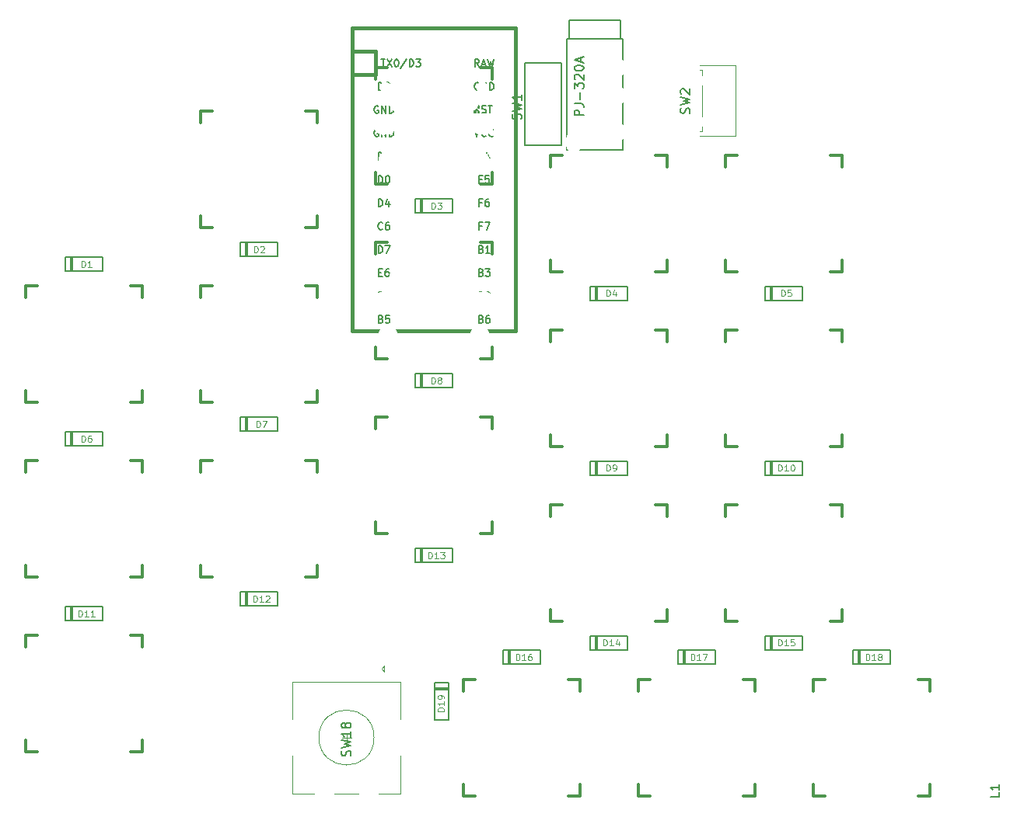
<source format=gto>
G04 #@! TF.GenerationSoftware,KiCad,Pcbnew,(5.1.6)-1*
G04 #@! TF.CreationDate,2020-08-19T15:34:48-05:00*
G04 #@! TF.ProjectId,CurvedChoc,43757276-6564-4436-986f-632e6b696361,rev?*
G04 #@! TF.SameCoordinates,Original*
G04 #@! TF.FileFunction,Legend,Top*
G04 #@! TF.FilePolarity,Positive*
%FSLAX46Y46*%
G04 Gerber Fmt 4.6, Leading zero omitted, Abs format (unit mm)*
G04 Created by KiCad (PCBNEW (5.1.6)-1) date 2020-08-19 15:34:48*
%MOMM*%
%LPD*%
G01*
G04 APERTURE LIST*
%ADD10C,0.120000*%
%ADD11C,0.150000*%
%ADD12C,0.381000*%
%ADD13C,0.300000*%
%ADD14C,0.100000*%
%ADD15C,0.125000*%
%ADD16C,2.102000*%
%ADD17C,0.889400*%
%ADD18R,4.102000X2.102000*%
%ADD19R,2.102000X2.102000*%
%ADD20R,2.102000X3.302000*%
%ADD21C,1.102000*%
%ADD22C,1.854600*%
%ADD23R,1.854600X1.854600*%
%ADD24C,1.302000*%
%ADD25C,3.502000*%
%ADD26C,2.002000*%
%ADD27C,1.902000*%
%ADD28C,2.202000*%
%ADD29C,1.852000*%
%ADD30O,1.702000X2.302000*%
%ADD31C,1.602000*%
%ADD32R,1.753000X1.753000*%
%ADD33C,1.753000*%
G04 APERTURE END LIST*
D10*
X102393750Y-93956250D02*
X102393750Y-94956250D01*
X102893750Y-94456250D02*
X101893750Y-94456250D01*
X98893750Y-100556250D02*
X96493750Y-100556250D01*
X103693750Y-100556250D02*
X101093750Y-100556250D01*
X108293750Y-100556250D02*
X105893750Y-100556250D01*
X106493750Y-87256250D02*
X106193750Y-86956250D01*
X106493750Y-86656250D02*
X106493750Y-87256250D01*
X106193750Y-86956250D02*
X106493750Y-86656250D01*
X108293750Y-88356250D02*
X96493750Y-88356250D01*
X108293750Y-92456250D02*
X108293750Y-88356250D01*
X96493750Y-92456250D02*
X96493750Y-88356250D01*
X96493750Y-100556250D02*
X96493750Y-96456250D01*
X108293750Y-96456250D02*
X108293750Y-100556250D01*
X105393750Y-94456250D02*
G75*
G03*
X105393750Y-94456250I-3000000J0D01*
G01*
D11*
X121825000Y-29900000D02*
X125825000Y-29900000D01*
X125825000Y-29900000D02*
X125825000Y-20900000D01*
X121825000Y-29900000D02*
X121825000Y-20900000D01*
X125825000Y-20900000D02*
X121825000Y-20900000D01*
D12*
X103028750Y-19685000D02*
X103028750Y-50165000D01*
X103028750Y-50165000D02*
X120808750Y-50165000D01*
X120808750Y-50165000D02*
X120808750Y-19685000D01*
X105568750Y-19685000D02*
X105568750Y-22225000D01*
X105568750Y-22225000D02*
X103028750Y-22225000D01*
D11*
G36*
X116850318Y-25564360D02*
G01*
X116850318Y-25864360D01*
X116750318Y-25864360D01*
X116750318Y-25564360D01*
X116850318Y-25564360D01*
G37*
X116850318Y-25564360D02*
X116850318Y-25864360D01*
X116750318Y-25864360D01*
X116750318Y-25564360D01*
X116850318Y-25564360D01*
G36*
X116650318Y-25964360D02*
G01*
X116650318Y-26064360D01*
X116550318Y-26064360D01*
X116550318Y-25964360D01*
X116650318Y-25964360D01*
G37*
X116650318Y-25964360D02*
X116650318Y-26064360D01*
X116550318Y-26064360D01*
X116550318Y-25964360D01*
X116650318Y-25964360D01*
G36*
X116850318Y-25564360D02*
G01*
X116850318Y-25664360D01*
X116350318Y-25664360D01*
X116350318Y-25564360D01*
X116850318Y-25564360D01*
G37*
X116850318Y-25564360D02*
X116850318Y-25664360D01*
X116350318Y-25664360D01*
X116350318Y-25564360D01*
X116850318Y-25564360D01*
G36*
X116450318Y-25564360D02*
G01*
X116450318Y-26364360D01*
X116350318Y-26364360D01*
X116350318Y-25564360D01*
X116450318Y-25564360D01*
G37*
X116450318Y-25564360D02*
X116450318Y-26364360D01*
X116350318Y-26364360D01*
X116350318Y-25564360D01*
X116450318Y-25564360D01*
G36*
X116850318Y-26164360D02*
G01*
X116850318Y-26364360D01*
X116750318Y-26364360D01*
X116750318Y-26164360D01*
X116850318Y-26164360D01*
G37*
X116850318Y-26164360D02*
X116850318Y-26364360D01*
X116750318Y-26364360D01*
X116750318Y-26164360D01*
X116850318Y-26164360D01*
D12*
X120808750Y-19685000D02*
X120808750Y-17145000D01*
X120808750Y-17145000D02*
X103028750Y-17145000D01*
X103028750Y-17145000D02*
X103028750Y-19685000D01*
X105568750Y-19685000D02*
X103028750Y-19685000D01*
D13*
X153193750Y-89376250D02*
X153193750Y-88106250D01*
X153193750Y-88106250D02*
X154463750Y-88106250D01*
X165893750Y-100806250D02*
X164623750Y-100806250D01*
X165893750Y-99536250D02*
X165893750Y-100806250D01*
X164623750Y-88106250D02*
X165893750Y-88106250D01*
X153193750Y-99536250D02*
X153193750Y-100806250D01*
X153193750Y-100806250D02*
X154463750Y-100806250D01*
X165893750Y-88106250D02*
X165893750Y-89376250D01*
X134143750Y-89376250D02*
X134143750Y-88106250D01*
X134143750Y-88106250D02*
X135413750Y-88106250D01*
X146843750Y-100806250D02*
X145573750Y-100806250D01*
X146843750Y-99536250D02*
X146843750Y-100806250D01*
X145573750Y-88106250D02*
X146843750Y-88106250D01*
X134143750Y-99536250D02*
X134143750Y-100806250D01*
X134143750Y-100806250D02*
X135413750Y-100806250D01*
X146843750Y-88106250D02*
X146843750Y-89376250D01*
X115093750Y-89376250D02*
X115093750Y-88106250D01*
X115093750Y-88106250D02*
X116363750Y-88106250D01*
X127793750Y-100806250D02*
X126523750Y-100806250D01*
X127793750Y-99536250D02*
X127793750Y-100806250D01*
X126523750Y-88106250D02*
X127793750Y-88106250D01*
X115093750Y-99536250D02*
X115093750Y-100806250D01*
X115093750Y-100806250D02*
X116363750Y-100806250D01*
X127793750Y-88106250D02*
X127793750Y-89376250D01*
X143668750Y-70326250D02*
X143668750Y-69056250D01*
X143668750Y-69056250D02*
X144938750Y-69056250D01*
X156368750Y-81756250D02*
X155098750Y-81756250D01*
X156368750Y-80486250D02*
X156368750Y-81756250D01*
X155098750Y-69056250D02*
X156368750Y-69056250D01*
X143668750Y-80486250D02*
X143668750Y-81756250D01*
X143668750Y-81756250D02*
X144938750Y-81756250D01*
X156368750Y-69056250D02*
X156368750Y-70326250D01*
X124618750Y-70326250D02*
X124618750Y-69056250D01*
X124618750Y-69056250D02*
X125888750Y-69056250D01*
X137318750Y-81756250D02*
X136048750Y-81756250D01*
X137318750Y-80486250D02*
X137318750Y-81756250D01*
X136048750Y-69056250D02*
X137318750Y-69056250D01*
X124618750Y-80486250D02*
X124618750Y-81756250D01*
X124618750Y-81756250D02*
X125888750Y-81756250D01*
X137318750Y-69056250D02*
X137318750Y-70326250D01*
X105568750Y-60801250D02*
X105568750Y-59531250D01*
X105568750Y-59531250D02*
X106838750Y-59531250D01*
X118268750Y-72231250D02*
X116998750Y-72231250D01*
X118268750Y-70961250D02*
X118268750Y-72231250D01*
X116998750Y-59531250D02*
X118268750Y-59531250D01*
X105568750Y-70961250D02*
X105568750Y-72231250D01*
X105568750Y-72231250D02*
X106838750Y-72231250D01*
X118268750Y-59531250D02*
X118268750Y-60801250D01*
X86518750Y-65563750D02*
X86518750Y-64293750D01*
X86518750Y-64293750D02*
X87788750Y-64293750D01*
X99218750Y-76993750D02*
X97948750Y-76993750D01*
X99218750Y-75723750D02*
X99218750Y-76993750D01*
X97948750Y-64293750D02*
X99218750Y-64293750D01*
X86518750Y-75723750D02*
X86518750Y-76993750D01*
X86518750Y-76993750D02*
X87788750Y-76993750D01*
X99218750Y-64293750D02*
X99218750Y-65563750D01*
X67468750Y-84613750D02*
X67468750Y-83343750D01*
X67468750Y-83343750D02*
X68738750Y-83343750D01*
X80168750Y-96043750D02*
X78898750Y-96043750D01*
X80168750Y-94773750D02*
X80168750Y-96043750D01*
X78898750Y-83343750D02*
X80168750Y-83343750D01*
X67468750Y-94773750D02*
X67468750Y-96043750D01*
X67468750Y-96043750D02*
X68738750Y-96043750D01*
X80168750Y-83343750D02*
X80168750Y-84613750D01*
X143668750Y-51276250D02*
X143668750Y-50006250D01*
X143668750Y-50006250D02*
X144938750Y-50006250D01*
X156368750Y-62706250D02*
X155098750Y-62706250D01*
X156368750Y-61436250D02*
X156368750Y-62706250D01*
X155098750Y-50006250D02*
X156368750Y-50006250D01*
X143668750Y-61436250D02*
X143668750Y-62706250D01*
X143668750Y-62706250D02*
X144938750Y-62706250D01*
X156368750Y-50006250D02*
X156368750Y-51276250D01*
X124618750Y-51276250D02*
X124618750Y-50006250D01*
X124618750Y-50006250D02*
X125888750Y-50006250D01*
X137318750Y-62706250D02*
X136048750Y-62706250D01*
X137318750Y-61436250D02*
X137318750Y-62706250D01*
X136048750Y-50006250D02*
X137318750Y-50006250D01*
X124618750Y-61436250D02*
X124618750Y-62706250D01*
X124618750Y-62706250D02*
X125888750Y-62706250D01*
X137318750Y-50006250D02*
X137318750Y-51276250D01*
X105568750Y-41751250D02*
X105568750Y-40481250D01*
X105568750Y-40481250D02*
X106838750Y-40481250D01*
X118268750Y-53181250D02*
X116998750Y-53181250D01*
X118268750Y-51911250D02*
X118268750Y-53181250D01*
X116998750Y-40481250D02*
X118268750Y-40481250D01*
X105568750Y-51911250D02*
X105568750Y-53181250D01*
X105568750Y-53181250D02*
X106838750Y-53181250D01*
X118268750Y-40481250D02*
X118268750Y-41751250D01*
X86518750Y-46513750D02*
X86518750Y-45243750D01*
X86518750Y-45243750D02*
X87788750Y-45243750D01*
X99218750Y-57943750D02*
X97948750Y-57943750D01*
X99218750Y-56673750D02*
X99218750Y-57943750D01*
X97948750Y-45243750D02*
X99218750Y-45243750D01*
X86518750Y-56673750D02*
X86518750Y-57943750D01*
X86518750Y-57943750D02*
X87788750Y-57943750D01*
X99218750Y-45243750D02*
X99218750Y-46513750D01*
X67468750Y-65563750D02*
X67468750Y-64293750D01*
X67468750Y-64293750D02*
X68738750Y-64293750D01*
X80168750Y-76993750D02*
X78898750Y-76993750D01*
X80168750Y-75723750D02*
X80168750Y-76993750D01*
X78898750Y-64293750D02*
X80168750Y-64293750D01*
X67468750Y-75723750D02*
X67468750Y-76993750D01*
X67468750Y-76993750D02*
X68738750Y-76993750D01*
X80168750Y-64293750D02*
X80168750Y-65563750D01*
X143668750Y-32226250D02*
X143668750Y-30956250D01*
X143668750Y-30956250D02*
X144938750Y-30956250D01*
X156368750Y-43656250D02*
X155098750Y-43656250D01*
X156368750Y-42386250D02*
X156368750Y-43656250D01*
X155098750Y-30956250D02*
X156368750Y-30956250D01*
X143668750Y-42386250D02*
X143668750Y-43656250D01*
X143668750Y-43656250D02*
X144938750Y-43656250D01*
X156368750Y-30956250D02*
X156368750Y-32226250D01*
X124618750Y-32226250D02*
X124618750Y-30956250D01*
X124618750Y-30956250D02*
X125888750Y-30956250D01*
X137318750Y-43656250D02*
X136048750Y-43656250D01*
X137318750Y-42386250D02*
X137318750Y-43656250D01*
X136048750Y-30956250D02*
X137318750Y-30956250D01*
X124618750Y-42386250D02*
X124618750Y-43656250D01*
X124618750Y-43656250D02*
X125888750Y-43656250D01*
X137318750Y-30956250D02*
X137318750Y-32226250D01*
X105568750Y-22701250D02*
X105568750Y-21431250D01*
X105568750Y-21431250D02*
X106838750Y-21431250D01*
X118268750Y-34131250D02*
X116998750Y-34131250D01*
X118268750Y-32861250D02*
X118268750Y-34131250D01*
X116998750Y-21431250D02*
X118268750Y-21431250D01*
X105568750Y-32861250D02*
X105568750Y-34131250D01*
X105568750Y-34131250D02*
X106838750Y-34131250D01*
X118268750Y-21431250D02*
X118268750Y-22701250D01*
X86518750Y-27463750D02*
X86518750Y-26193750D01*
X86518750Y-26193750D02*
X87788750Y-26193750D01*
X99218750Y-38893750D02*
X97948750Y-38893750D01*
X99218750Y-37623750D02*
X99218750Y-38893750D01*
X97948750Y-26193750D02*
X99218750Y-26193750D01*
X86518750Y-37623750D02*
X86518750Y-38893750D01*
X86518750Y-38893750D02*
X87788750Y-38893750D01*
X99218750Y-26193750D02*
X99218750Y-27463750D01*
X67468750Y-46513750D02*
X67468750Y-45243750D01*
X67468750Y-45243750D02*
X68738750Y-45243750D01*
X80168750Y-57943750D02*
X78898750Y-57943750D01*
X80168750Y-56673750D02*
X80168750Y-57943750D01*
X78898750Y-45243750D02*
X80168750Y-45243750D01*
X67468750Y-56673750D02*
X67468750Y-57943750D01*
X67468750Y-57943750D02*
X68738750Y-57943750D01*
X80168750Y-45243750D02*
X80168750Y-46513750D01*
D10*
X141122750Y-27851000D02*
X141122750Y-28391000D01*
X144792750Y-21191000D02*
X144792750Y-28911000D01*
X141122750Y-21711000D02*
X141122750Y-22251000D01*
X141122750Y-28391000D02*
X140892750Y-28391000D01*
X141122750Y-23351000D02*
X141122750Y-26751000D01*
X144792750Y-28911000D02*
X140892750Y-28911000D01*
X144792750Y-21191000D02*
X140892750Y-21191000D01*
X141122750Y-21711000D02*
X140892750Y-21711000D01*
D11*
X132262500Y-16256250D02*
X126662500Y-16256250D01*
X126662500Y-18256250D02*
X126662500Y-16256250D01*
X132262500Y-18256250D02*
X132262500Y-16256250D01*
X126412500Y-18256250D02*
X126412500Y-30356250D01*
X132512500Y-18256250D02*
X132512500Y-30356250D01*
X132512500Y-30356250D02*
X126412500Y-30356250D01*
X132512500Y-18256250D02*
X126412500Y-18256250D01*
X113474500Y-88455500D02*
X111950500Y-88455500D01*
X111950500Y-88455500D02*
X111950500Y-92519500D01*
X111950500Y-92519500D02*
X113474500Y-92519500D01*
X113474500Y-92519500D02*
X113474500Y-88455500D01*
D14*
G36*
X111950500Y-89217500D02*
G01*
X113474500Y-89217500D01*
X113474500Y-88963500D01*
X111950500Y-88963500D01*
X111950500Y-89217500D01*
G37*
X111950500Y-89217500D02*
X113474500Y-89217500D01*
X113474500Y-88963500D01*
X111950500Y-88963500D01*
X111950500Y-89217500D01*
D11*
X157511750Y-84963000D02*
X157511750Y-86487000D01*
X157511750Y-86487000D02*
X161575750Y-86487000D01*
X161575750Y-86487000D02*
X161575750Y-84963000D01*
X161575750Y-84963000D02*
X157511750Y-84963000D01*
D14*
G36*
X158273750Y-86487000D02*
G01*
X158273750Y-84963000D01*
X158019750Y-84963000D01*
X158019750Y-86487000D01*
X158273750Y-86487000D01*
G37*
X158273750Y-86487000D02*
X158273750Y-84963000D01*
X158019750Y-84963000D01*
X158019750Y-86487000D01*
X158273750Y-86487000D01*
D11*
X138461750Y-84963000D02*
X138461750Y-86487000D01*
X138461750Y-86487000D02*
X142525750Y-86487000D01*
X142525750Y-86487000D02*
X142525750Y-84963000D01*
X142525750Y-84963000D02*
X138461750Y-84963000D01*
D14*
G36*
X139223750Y-86487000D02*
G01*
X139223750Y-84963000D01*
X138969750Y-84963000D01*
X138969750Y-86487000D01*
X139223750Y-86487000D01*
G37*
X139223750Y-86487000D02*
X139223750Y-84963000D01*
X138969750Y-84963000D01*
X138969750Y-86487000D01*
X139223750Y-86487000D01*
G36*
X120173750Y-86487000D02*
G01*
X120173750Y-84963000D01*
X119919750Y-84963000D01*
X119919750Y-86487000D01*
X120173750Y-86487000D01*
G37*
X120173750Y-86487000D02*
X120173750Y-84963000D01*
X119919750Y-84963000D01*
X119919750Y-86487000D01*
X120173750Y-86487000D01*
D11*
X123475750Y-84963000D02*
X119411750Y-84963000D01*
X123475750Y-86487000D02*
X123475750Y-84963000D01*
X119411750Y-86487000D02*
X123475750Y-86487000D01*
X119411750Y-84963000D02*
X119411750Y-86487000D01*
X147986750Y-83375500D02*
X147986750Y-84899500D01*
X147986750Y-84899500D02*
X152050750Y-84899500D01*
X152050750Y-84899500D02*
X152050750Y-83375500D01*
X152050750Y-83375500D02*
X147986750Y-83375500D01*
D14*
G36*
X148748750Y-84899500D02*
G01*
X148748750Y-83375500D01*
X148494750Y-83375500D01*
X148494750Y-84899500D01*
X148748750Y-84899500D01*
G37*
X148748750Y-84899500D02*
X148748750Y-83375500D01*
X148494750Y-83375500D01*
X148494750Y-84899500D01*
X148748750Y-84899500D01*
D11*
X128936750Y-83375500D02*
X128936750Y-84899500D01*
X128936750Y-84899500D02*
X133000750Y-84899500D01*
X133000750Y-84899500D02*
X133000750Y-83375500D01*
X133000750Y-83375500D02*
X128936750Y-83375500D01*
D14*
G36*
X129698750Y-84899500D02*
G01*
X129698750Y-83375500D01*
X129444750Y-83375500D01*
X129444750Y-84899500D01*
X129698750Y-84899500D01*
G37*
X129698750Y-84899500D02*
X129698750Y-83375500D01*
X129444750Y-83375500D01*
X129444750Y-84899500D01*
X129698750Y-84899500D01*
D11*
X109886750Y-73850500D02*
X109886750Y-75374500D01*
X109886750Y-75374500D02*
X113950750Y-75374500D01*
X113950750Y-75374500D02*
X113950750Y-73850500D01*
X113950750Y-73850500D02*
X109886750Y-73850500D01*
D14*
G36*
X110648750Y-75374500D02*
G01*
X110648750Y-73850500D01*
X110394750Y-73850500D01*
X110394750Y-75374500D01*
X110648750Y-75374500D01*
G37*
X110648750Y-75374500D02*
X110648750Y-73850500D01*
X110394750Y-73850500D01*
X110394750Y-75374500D01*
X110648750Y-75374500D01*
D11*
X90836750Y-78613000D02*
X90836750Y-80137000D01*
X90836750Y-80137000D02*
X94900750Y-80137000D01*
X94900750Y-80137000D02*
X94900750Y-78613000D01*
X94900750Y-78613000D02*
X90836750Y-78613000D01*
D14*
G36*
X91598750Y-80137000D02*
G01*
X91598750Y-78613000D01*
X91344750Y-78613000D01*
X91344750Y-80137000D01*
X91598750Y-80137000D01*
G37*
X91598750Y-80137000D02*
X91598750Y-78613000D01*
X91344750Y-78613000D01*
X91344750Y-80137000D01*
X91598750Y-80137000D01*
D11*
X71786750Y-80200500D02*
X71786750Y-81724500D01*
X71786750Y-81724500D02*
X75850750Y-81724500D01*
X75850750Y-81724500D02*
X75850750Y-80200500D01*
X75850750Y-80200500D02*
X71786750Y-80200500D01*
D14*
G36*
X72548750Y-81724500D02*
G01*
X72548750Y-80200500D01*
X72294750Y-80200500D01*
X72294750Y-81724500D01*
X72548750Y-81724500D01*
G37*
X72548750Y-81724500D02*
X72548750Y-80200500D01*
X72294750Y-80200500D01*
X72294750Y-81724500D01*
X72548750Y-81724500D01*
D11*
X147986750Y-64325500D02*
X147986750Y-65849500D01*
X147986750Y-65849500D02*
X152050750Y-65849500D01*
X152050750Y-65849500D02*
X152050750Y-64325500D01*
X152050750Y-64325500D02*
X147986750Y-64325500D01*
D14*
G36*
X148748750Y-65849500D02*
G01*
X148748750Y-64325500D01*
X148494750Y-64325500D01*
X148494750Y-65849500D01*
X148748750Y-65849500D01*
G37*
X148748750Y-65849500D02*
X148748750Y-64325500D01*
X148494750Y-64325500D01*
X148494750Y-65849500D01*
X148748750Y-65849500D01*
D11*
X128936750Y-64325500D02*
X128936750Y-65849500D01*
X128936750Y-65849500D02*
X133000750Y-65849500D01*
X133000750Y-65849500D02*
X133000750Y-64325500D01*
X133000750Y-64325500D02*
X128936750Y-64325500D01*
D14*
G36*
X129698750Y-65849500D02*
G01*
X129698750Y-64325500D01*
X129444750Y-64325500D01*
X129444750Y-65849500D01*
X129698750Y-65849500D01*
G37*
X129698750Y-65849500D02*
X129698750Y-64325500D01*
X129444750Y-64325500D01*
X129444750Y-65849500D01*
X129698750Y-65849500D01*
D11*
X109886750Y-54800500D02*
X109886750Y-56324500D01*
X109886750Y-56324500D02*
X113950750Y-56324500D01*
X113950750Y-56324500D02*
X113950750Y-54800500D01*
X113950750Y-54800500D02*
X109886750Y-54800500D01*
D14*
G36*
X110648750Y-56324500D02*
G01*
X110648750Y-54800500D01*
X110394750Y-54800500D01*
X110394750Y-56324500D01*
X110648750Y-56324500D01*
G37*
X110648750Y-56324500D02*
X110648750Y-54800500D01*
X110394750Y-54800500D01*
X110394750Y-56324500D01*
X110648750Y-56324500D01*
D11*
X90836750Y-59563000D02*
X90836750Y-61087000D01*
X90836750Y-61087000D02*
X94900750Y-61087000D01*
X94900750Y-61087000D02*
X94900750Y-59563000D01*
X94900750Y-59563000D02*
X90836750Y-59563000D01*
D14*
G36*
X91598750Y-61087000D02*
G01*
X91598750Y-59563000D01*
X91344750Y-59563000D01*
X91344750Y-61087000D01*
X91598750Y-61087000D01*
G37*
X91598750Y-61087000D02*
X91598750Y-59563000D01*
X91344750Y-59563000D01*
X91344750Y-61087000D01*
X91598750Y-61087000D01*
D11*
X71786750Y-61150500D02*
X71786750Y-62674500D01*
X71786750Y-62674500D02*
X75850750Y-62674500D01*
X75850750Y-62674500D02*
X75850750Y-61150500D01*
X75850750Y-61150500D02*
X71786750Y-61150500D01*
D14*
G36*
X72548750Y-62674500D02*
G01*
X72548750Y-61150500D01*
X72294750Y-61150500D01*
X72294750Y-62674500D01*
X72548750Y-62674500D01*
G37*
X72548750Y-62674500D02*
X72548750Y-61150500D01*
X72294750Y-61150500D01*
X72294750Y-62674500D01*
X72548750Y-62674500D01*
D11*
X147986750Y-45275500D02*
X147986750Y-46799500D01*
X147986750Y-46799500D02*
X152050750Y-46799500D01*
X152050750Y-46799500D02*
X152050750Y-45275500D01*
X152050750Y-45275500D02*
X147986750Y-45275500D01*
D14*
G36*
X148748750Y-46799500D02*
G01*
X148748750Y-45275500D01*
X148494750Y-45275500D01*
X148494750Y-46799500D01*
X148748750Y-46799500D01*
G37*
X148748750Y-46799500D02*
X148748750Y-45275500D01*
X148494750Y-45275500D01*
X148494750Y-46799500D01*
X148748750Y-46799500D01*
D11*
X128936750Y-45275500D02*
X128936750Y-46799500D01*
X128936750Y-46799500D02*
X133000750Y-46799500D01*
X133000750Y-46799500D02*
X133000750Y-45275500D01*
X133000750Y-45275500D02*
X128936750Y-45275500D01*
D14*
G36*
X129698750Y-46799500D02*
G01*
X129698750Y-45275500D01*
X129444750Y-45275500D01*
X129444750Y-46799500D01*
X129698750Y-46799500D01*
G37*
X129698750Y-46799500D02*
X129698750Y-45275500D01*
X129444750Y-45275500D01*
X129444750Y-46799500D01*
X129698750Y-46799500D01*
D11*
X109886750Y-35750500D02*
X109886750Y-37274500D01*
X109886750Y-37274500D02*
X113950750Y-37274500D01*
X113950750Y-37274500D02*
X113950750Y-35750500D01*
X113950750Y-35750500D02*
X109886750Y-35750500D01*
D14*
G36*
X110648750Y-37274500D02*
G01*
X110648750Y-35750500D01*
X110394750Y-35750500D01*
X110394750Y-37274500D01*
X110648750Y-37274500D01*
G37*
X110648750Y-37274500D02*
X110648750Y-35750500D01*
X110394750Y-35750500D01*
X110394750Y-37274500D01*
X110648750Y-37274500D01*
D11*
X90836750Y-40513000D02*
X90836750Y-42037000D01*
X90836750Y-42037000D02*
X94900750Y-42037000D01*
X94900750Y-42037000D02*
X94900750Y-40513000D01*
X94900750Y-40513000D02*
X90836750Y-40513000D01*
D14*
G36*
X91598750Y-42037000D02*
G01*
X91598750Y-40513000D01*
X91344750Y-40513000D01*
X91344750Y-42037000D01*
X91598750Y-42037000D01*
G37*
X91598750Y-42037000D02*
X91598750Y-40513000D01*
X91344750Y-40513000D01*
X91344750Y-42037000D01*
X91598750Y-42037000D01*
D11*
X71786750Y-42100500D02*
X71786750Y-43624500D01*
X71786750Y-43624500D02*
X75850750Y-43624500D01*
X75850750Y-43624500D02*
X75850750Y-42100500D01*
X75850750Y-42100500D02*
X71786750Y-42100500D01*
D14*
G36*
X72548750Y-43624500D02*
G01*
X72548750Y-42100500D01*
X72294750Y-42100500D01*
X72294750Y-43624500D01*
X72548750Y-43624500D01*
G37*
X72548750Y-43624500D02*
X72548750Y-42100500D01*
X72294750Y-42100500D01*
X72294750Y-43624500D01*
X72548750Y-43624500D01*
D11*
X173487003Y-100452216D02*
X173487003Y-100928407D01*
X172487003Y-100928407D01*
X173487003Y-99595073D02*
X173487003Y-100166502D01*
X173487003Y-99880788D02*
X172487003Y-99880788D01*
X172629861Y-99976026D01*
X172725099Y-100071264D01*
X172772718Y-100166502D01*
X102804511Y-96477773D02*
X102852130Y-96334916D01*
X102852130Y-96096821D01*
X102804511Y-96001583D01*
X102756892Y-95953964D01*
X102661654Y-95906345D01*
X102566416Y-95906345D01*
X102471178Y-95953964D01*
X102423559Y-96001583D01*
X102375940Y-96096821D01*
X102328321Y-96287297D01*
X102280702Y-96382535D01*
X102233083Y-96430154D01*
X102137845Y-96477773D01*
X102042607Y-96477773D01*
X101947369Y-96430154D01*
X101899750Y-96382535D01*
X101852130Y-96287297D01*
X101852130Y-96049202D01*
X101899750Y-95906345D01*
X101852130Y-95573011D02*
X102852130Y-95334916D01*
X102137845Y-95144440D01*
X102852130Y-94953964D01*
X101852130Y-94715869D01*
X102852130Y-93811107D02*
X102852130Y-94382535D01*
X102852130Y-94096821D02*
X101852130Y-94096821D01*
X101994988Y-94192059D01*
X102090226Y-94287297D01*
X102137845Y-94382535D01*
X102280702Y-93239678D02*
X102233083Y-93334916D01*
X102185464Y-93382535D01*
X102090226Y-93430154D01*
X102042607Y-93430154D01*
X101947369Y-93382535D01*
X101899750Y-93334916D01*
X101852130Y-93239678D01*
X101852130Y-93049202D01*
X101899750Y-92953964D01*
X101947369Y-92906345D01*
X102042607Y-92858726D01*
X102090226Y-92858726D01*
X102185464Y-92906345D01*
X102233083Y-92953964D01*
X102280702Y-93049202D01*
X102280702Y-93239678D01*
X102328321Y-93334916D01*
X102375940Y-93382535D01*
X102471178Y-93430154D01*
X102661654Y-93430154D01*
X102756892Y-93382535D01*
X102804511Y-93334916D01*
X102852130Y-93239678D01*
X102852130Y-93049202D01*
X102804511Y-92953964D01*
X102756892Y-92906345D01*
X102661654Y-92858726D01*
X102471178Y-92858726D01*
X102375940Y-92906345D01*
X102328321Y-92953964D01*
X102280702Y-93049202D01*
X121383761Y-27046333D02*
X121431380Y-26903476D01*
X121431380Y-26665380D01*
X121383761Y-26570142D01*
X121336142Y-26522523D01*
X121240904Y-26474904D01*
X121145666Y-26474904D01*
X121050428Y-26522523D01*
X121002809Y-26570142D01*
X120955190Y-26665380D01*
X120907571Y-26855857D01*
X120859952Y-26951095D01*
X120812333Y-26998714D01*
X120717095Y-27046333D01*
X120621857Y-27046333D01*
X120526619Y-26998714D01*
X120479000Y-26951095D01*
X120431380Y-26855857D01*
X120431380Y-26617761D01*
X120479000Y-26474904D01*
X120431380Y-26141571D02*
X121431380Y-25903476D01*
X120717095Y-25713000D01*
X121431380Y-25522523D01*
X120431380Y-25284428D01*
X121431380Y-24379666D02*
X121431380Y-24951095D01*
X121431380Y-24665380D02*
X120431380Y-24665380D01*
X120574238Y-24760619D01*
X120669476Y-24855857D01*
X120717095Y-24951095D01*
X106156401Y-20516904D02*
X106613544Y-20516904D01*
X106384973Y-21316904D02*
X106384973Y-20516904D01*
X106804020Y-20516904D02*
X107337354Y-21316904D01*
X107337354Y-20516904D02*
X106804020Y-21316904D01*
X107794497Y-20516904D02*
X107870687Y-20516904D01*
X107946878Y-20555000D01*
X107984973Y-20593095D01*
X108023068Y-20669285D01*
X108061163Y-20821666D01*
X108061163Y-21012142D01*
X108023068Y-21164523D01*
X107984973Y-21240714D01*
X107946878Y-21278809D01*
X107870687Y-21316904D01*
X107794497Y-21316904D01*
X107718306Y-21278809D01*
X107680211Y-21240714D01*
X107642116Y-21164523D01*
X107604020Y-21012142D01*
X107604020Y-20821666D01*
X107642116Y-20669285D01*
X107680211Y-20593095D01*
X107718306Y-20555000D01*
X107794497Y-20516904D01*
X108975449Y-20478809D02*
X108289735Y-21507380D01*
X109242116Y-21316904D02*
X109242116Y-20516904D01*
X109432592Y-20516904D01*
X109546878Y-20555000D01*
X109623068Y-20631190D01*
X109661163Y-20707380D01*
X109699258Y-20859761D01*
X109699258Y-20974047D01*
X109661163Y-21126428D01*
X109623068Y-21202619D01*
X109546878Y-21278809D01*
X109432592Y-21316904D01*
X109242116Y-21316904D01*
X109965925Y-20516904D02*
X110461163Y-20516904D01*
X110194497Y-20821666D01*
X110308782Y-20821666D01*
X110384973Y-20859761D01*
X110423068Y-20897857D01*
X110461163Y-20974047D01*
X110461163Y-21164523D01*
X110423068Y-21240714D01*
X110384973Y-21278809D01*
X110308782Y-21316904D01*
X110080211Y-21316904D01*
X110004020Y-21278809D01*
X109965925Y-21240714D01*
X105867273Y-23856904D02*
X105867273Y-23056904D01*
X106057750Y-23056904D01*
X106172035Y-23095000D01*
X106248226Y-23171190D01*
X106286321Y-23247380D01*
X106324416Y-23399761D01*
X106324416Y-23514047D01*
X106286321Y-23666428D01*
X106248226Y-23742619D01*
X106172035Y-23818809D01*
X106057750Y-23856904D01*
X105867273Y-23856904D01*
X106629178Y-23133095D02*
X106667273Y-23095000D01*
X106743464Y-23056904D01*
X106933940Y-23056904D01*
X107010130Y-23095000D01*
X107048226Y-23133095D01*
X107086321Y-23209285D01*
X107086321Y-23285476D01*
X107048226Y-23399761D01*
X106591083Y-23856904D01*
X107086321Y-23856904D01*
X105867273Y-34016904D02*
X105867273Y-33216904D01*
X106057750Y-33216904D01*
X106172035Y-33255000D01*
X106248226Y-33331190D01*
X106286321Y-33407380D01*
X106324416Y-33559761D01*
X106324416Y-33674047D01*
X106286321Y-33826428D01*
X106248226Y-33902619D01*
X106172035Y-33978809D01*
X106057750Y-34016904D01*
X105867273Y-34016904D01*
X106819654Y-33216904D02*
X106895845Y-33216904D01*
X106972035Y-33255000D01*
X107010130Y-33293095D01*
X107048226Y-33369285D01*
X107086321Y-33521666D01*
X107086321Y-33712142D01*
X107048226Y-33864523D01*
X107010130Y-33940714D01*
X106972035Y-33978809D01*
X106895845Y-34016904D01*
X106819654Y-34016904D01*
X106743464Y-33978809D01*
X106705369Y-33940714D01*
X106667273Y-33864523D01*
X106629178Y-33712142D01*
X106629178Y-33521666D01*
X106667273Y-33369285D01*
X106705369Y-33293095D01*
X106743464Y-33255000D01*
X106819654Y-33216904D01*
X105867273Y-31476904D02*
X105867273Y-30676904D01*
X106057750Y-30676904D01*
X106172035Y-30715000D01*
X106248226Y-30791190D01*
X106286321Y-30867380D01*
X106324416Y-31019761D01*
X106324416Y-31134047D01*
X106286321Y-31286428D01*
X106248226Y-31362619D01*
X106172035Y-31438809D01*
X106057750Y-31476904D01*
X105867273Y-31476904D01*
X107086321Y-31476904D02*
X106629178Y-31476904D01*
X106857750Y-31476904D02*
X106857750Y-30676904D01*
X106781559Y-30791190D01*
X106705369Y-30867380D01*
X106629178Y-30905476D01*
X105848226Y-28175000D02*
X105772035Y-28136904D01*
X105657750Y-28136904D01*
X105543464Y-28175000D01*
X105467273Y-28251190D01*
X105429178Y-28327380D01*
X105391083Y-28479761D01*
X105391083Y-28594047D01*
X105429178Y-28746428D01*
X105467273Y-28822619D01*
X105543464Y-28898809D01*
X105657750Y-28936904D01*
X105733940Y-28936904D01*
X105848226Y-28898809D01*
X105886321Y-28860714D01*
X105886321Y-28594047D01*
X105733940Y-28594047D01*
X106229178Y-28936904D02*
X106229178Y-28136904D01*
X106686321Y-28936904D01*
X106686321Y-28136904D01*
X107067273Y-28936904D02*
X107067273Y-28136904D01*
X107257750Y-28136904D01*
X107372035Y-28175000D01*
X107448226Y-28251190D01*
X107486321Y-28327380D01*
X107524416Y-28479761D01*
X107524416Y-28594047D01*
X107486321Y-28746428D01*
X107448226Y-28822619D01*
X107372035Y-28898809D01*
X107257750Y-28936904D01*
X107067273Y-28936904D01*
X105848226Y-25635000D02*
X105772035Y-25596904D01*
X105657750Y-25596904D01*
X105543464Y-25635000D01*
X105467273Y-25711190D01*
X105429178Y-25787380D01*
X105391083Y-25939761D01*
X105391083Y-26054047D01*
X105429178Y-26206428D01*
X105467273Y-26282619D01*
X105543464Y-26358809D01*
X105657750Y-26396904D01*
X105733940Y-26396904D01*
X105848226Y-26358809D01*
X105886321Y-26320714D01*
X105886321Y-26054047D01*
X105733940Y-26054047D01*
X106229178Y-26396904D02*
X106229178Y-25596904D01*
X106686321Y-26396904D01*
X106686321Y-25596904D01*
X107067273Y-26396904D02*
X107067273Y-25596904D01*
X107257750Y-25596904D01*
X107372035Y-25635000D01*
X107448226Y-25711190D01*
X107486321Y-25787380D01*
X107524416Y-25939761D01*
X107524416Y-26054047D01*
X107486321Y-26206428D01*
X107448226Y-26282619D01*
X107372035Y-26358809D01*
X107257750Y-26396904D01*
X107067273Y-26396904D01*
X105867273Y-36556904D02*
X105867273Y-35756904D01*
X106057750Y-35756904D01*
X106172035Y-35795000D01*
X106248226Y-35871190D01*
X106286321Y-35947380D01*
X106324416Y-36099761D01*
X106324416Y-36214047D01*
X106286321Y-36366428D01*
X106248226Y-36442619D01*
X106172035Y-36518809D01*
X106057750Y-36556904D01*
X105867273Y-36556904D01*
X107010130Y-36023571D02*
X107010130Y-36556904D01*
X106819654Y-35718809D02*
X106629178Y-36290238D01*
X107124416Y-36290238D01*
X106324416Y-39020714D02*
X106286321Y-39058809D01*
X106172035Y-39096904D01*
X106095845Y-39096904D01*
X105981559Y-39058809D01*
X105905369Y-38982619D01*
X105867273Y-38906428D01*
X105829178Y-38754047D01*
X105829178Y-38639761D01*
X105867273Y-38487380D01*
X105905369Y-38411190D01*
X105981559Y-38335000D01*
X106095845Y-38296904D01*
X106172035Y-38296904D01*
X106286321Y-38335000D01*
X106324416Y-38373095D01*
X107010130Y-38296904D02*
X106857750Y-38296904D01*
X106781559Y-38335000D01*
X106743464Y-38373095D01*
X106667273Y-38487380D01*
X106629178Y-38639761D01*
X106629178Y-38944523D01*
X106667273Y-39020714D01*
X106705369Y-39058809D01*
X106781559Y-39096904D01*
X106933940Y-39096904D01*
X107010130Y-39058809D01*
X107048226Y-39020714D01*
X107086321Y-38944523D01*
X107086321Y-38754047D01*
X107048226Y-38677857D01*
X107010130Y-38639761D01*
X106933940Y-38601666D01*
X106781559Y-38601666D01*
X106705369Y-38639761D01*
X106667273Y-38677857D01*
X106629178Y-38754047D01*
X105867273Y-41636904D02*
X105867273Y-40836904D01*
X106057750Y-40836904D01*
X106172035Y-40875000D01*
X106248226Y-40951190D01*
X106286321Y-41027380D01*
X106324416Y-41179761D01*
X106324416Y-41294047D01*
X106286321Y-41446428D01*
X106248226Y-41522619D01*
X106172035Y-41598809D01*
X106057750Y-41636904D01*
X105867273Y-41636904D01*
X106591083Y-40836904D02*
X107124416Y-40836904D01*
X106781559Y-41636904D01*
X105905369Y-43757857D02*
X106172035Y-43757857D01*
X106286321Y-44176904D02*
X105905369Y-44176904D01*
X105905369Y-43376904D01*
X106286321Y-43376904D01*
X106972035Y-43376904D02*
X106819654Y-43376904D01*
X106743464Y-43415000D01*
X106705369Y-43453095D01*
X106629178Y-43567380D01*
X106591083Y-43719761D01*
X106591083Y-44024523D01*
X106629178Y-44100714D01*
X106667273Y-44138809D01*
X106743464Y-44176904D01*
X106895845Y-44176904D01*
X106972035Y-44138809D01*
X107010130Y-44100714D01*
X107048226Y-44024523D01*
X107048226Y-43834047D01*
X107010130Y-43757857D01*
X106972035Y-43719761D01*
X106895845Y-43681666D01*
X106743464Y-43681666D01*
X106667273Y-43719761D01*
X106629178Y-43757857D01*
X106591083Y-43834047D01*
X106133940Y-46297857D02*
X106248226Y-46335952D01*
X106286321Y-46374047D01*
X106324416Y-46450238D01*
X106324416Y-46564523D01*
X106286321Y-46640714D01*
X106248226Y-46678809D01*
X106172035Y-46716904D01*
X105867273Y-46716904D01*
X105867273Y-45916904D01*
X106133940Y-45916904D01*
X106210130Y-45955000D01*
X106248226Y-45993095D01*
X106286321Y-46069285D01*
X106286321Y-46145476D01*
X106248226Y-46221666D01*
X106210130Y-46259761D01*
X106133940Y-46297857D01*
X105867273Y-46297857D01*
X107010130Y-46183571D02*
X107010130Y-46716904D01*
X106819654Y-45878809D02*
X106629178Y-46450238D01*
X107124416Y-46450238D01*
X106133940Y-48837857D02*
X106248226Y-48875952D01*
X106286321Y-48914047D01*
X106324416Y-48990238D01*
X106324416Y-49104523D01*
X106286321Y-49180714D01*
X106248226Y-49218809D01*
X106172035Y-49256904D01*
X105867273Y-49256904D01*
X105867273Y-48456904D01*
X106133940Y-48456904D01*
X106210130Y-48495000D01*
X106248226Y-48533095D01*
X106286321Y-48609285D01*
X106286321Y-48685476D01*
X106248226Y-48761666D01*
X106210130Y-48799761D01*
X106133940Y-48837857D01*
X105867273Y-48837857D01*
X107048226Y-48456904D02*
X106667273Y-48456904D01*
X106629178Y-48837857D01*
X106667273Y-48799761D01*
X106743464Y-48761666D01*
X106933940Y-48761666D01*
X107010130Y-48799761D01*
X107048226Y-48837857D01*
X107086321Y-48914047D01*
X107086321Y-49104523D01*
X107048226Y-49180714D01*
X107010130Y-49218809D01*
X106933940Y-49256904D01*
X106743464Y-49256904D01*
X106667273Y-49218809D01*
X106629178Y-49180714D01*
X117055940Y-48837857D02*
X117170226Y-48875952D01*
X117208321Y-48914047D01*
X117246416Y-48990238D01*
X117246416Y-49104523D01*
X117208321Y-49180714D01*
X117170226Y-49218809D01*
X117094035Y-49256904D01*
X116789273Y-49256904D01*
X116789273Y-48456904D01*
X117055940Y-48456904D01*
X117132130Y-48495000D01*
X117170226Y-48533095D01*
X117208321Y-48609285D01*
X117208321Y-48685476D01*
X117170226Y-48761666D01*
X117132130Y-48799761D01*
X117055940Y-48837857D01*
X116789273Y-48837857D01*
X117932130Y-48456904D02*
X117779750Y-48456904D01*
X117703559Y-48495000D01*
X117665464Y-48533095D01*
X117589273Y-48647380D01*
X117551178Y-48799761D01*
X117551178Y-49104523D01*
X117589273Y-49180714D01*
X117627369Y-49218809D01*
X117703559Y-49256904D01*
X117855940Y-49256904D01*
X117932130Y-49218809D01*
X117970226Y-49180714D01*
X118008321Y-49104523D01*
X118008321Y-48914047D01*
X117970226Y-48837857D01*
X117932130Y-48799761D01*
X117855940Y-48761666D01*
X117703559Y-48761666D01*
X117627369Y-48799761D01*
X117589273Y-48837857D01*
X117551178Y-48914047D01*
X117055940Y-43757857D02*
X117170226Y-43795952D01*
X117208321Y-43834047D01*
X117246416Y-43910238D01*
X117246416Y-44024523D01*
X117208321Y-44100714D01*
X117170226Y-44138809D01*
X117094035Y-44176904D01*
X116789273Y-44176904D01*
X116789273Y-43376904D01*
X117055940Y-43376904D01*
X117132130Y-43415000D01*
X117170226Y-43453095D01*
X117208321Y-43529285D01*
X117208321Y-43605476D01*
X117170226Y-43681666D01*
X117132130Y-43719761D01*
X117055940Y-43757857D01*
X116789273Y-43757857D01*
X117513083Y-43376904D02*
X118008321Y-43376904D01*
X117741654Y-43681666D01*
X117855940Y-43681666D01*
X117932130Y-43719761D01*
X117970226Y-43757857D01*
X118008321Y-43834047D01*
X118008321Y-44024523D01*
X117970226Y-44100714D01*
X117932130Y-44138809D01*
X117855940Y-44176904D01*
X117627369Y-44176904D01*
X117551178Y-44138809D01*
X117513083Y-44100714D01*
X117055940Y-41217857D02*
X117170226Y-41255952D01*
X117208321Y-41294047D01*
X117246416Y-41370238D01*
X117246416Y-41484523D01*
X117208321Y-41560714D01*
X117170226Y-41598809D01*
X117094035Y-41636904D01*
X116789273Y-41636904D01*
X116789273Y-40836904D01*
X117055940Y-40836904D01*
X117132130Y-40875000D01*
X117170226Y-40913095D01*
X117208321Y-40989285D01*
X117208321Y-41065476D01*
X117170226Y-41141666D01*
X117132130Y-41179761D01*
X117055940Y-41217857D01*
X116789273Y-41217857D01*
X118008321Y-41636904D02*
X117551178Y-41636904D01*
X117779750Y-41636904D02*
X117779750Y-40836904D01*
X117703559Y-40951190D01*
X117627369Y-41027380D01*
X117551178Y-41065476D01*
X117113083Y-31057857D02*
X116846416Y-31057857D01*
X116846416Y-31476904D02*
X116846416Y-30676904D01*
X117227369Y-30676904D01*
X117874988Y-30943571D02*
X117874988Y-31476904D01*
X117684511Y-30638809D02*
X117494035Y-31210238D01*
X117989273Y-31210238D01*
X116313083Y-28136904D02*
X116579750Y-28936904D01*
X116846416Y-28136904D01*
X117570226Y-28860714D02*
X117532130Y-28898809D01*
X117417845Y-28936904D01*
X117341654Y-28936904D01*
X117227369Y-28898809D01*
X117151178Y-28822619D01*
X117113083Y-28746428D01*
X117074988Y-28594047D01*
X117074988Y-28479761D01*
X117113083Y-28327380D01*
X117151178Y-28251190D01*
X117227369Y-28175000D01*
X117341654Y-28136904D01*
X117417845Y-28136904D01*
X117532130Y-28175000D01*
X117570226Y-28213095D01*
X118370226Y-28860714D02*
X118332130Y-28898809D01*
X118217845Y-28936904D01*
X118141654Y-28936904D01*
X118027369Y-28898809D01*
X117951178Y-28822619D01*
X117913083Y-28746428D01*
X117874988Y-28594047D01*
X117874988Y-28479761D01*
X117913083Y-28327380D01*
X117951178Y-28251190D01*
X118027369Y-28175000D01*
X118141654Y-28136904D01*
X118217845Y-28136904D01*
X118332130Y-28175000D01*
X118370226Y-28213095D01*
X117118536Y-26328809D02*
X117232822Y-26366904D01*
X117423298Y-26366904D01*
X117499489Y-26328809D01*
X117537584Y-26290714D01*
X117575679Y-26214523D01*
X117575679Y-26138333D01*
X117537584Y-26062142D01*
X117499489Y-26024047D01*
X117423298Y-25985952D01*
X117270917Y-25947857D01*
X117194727Y-25909761D01*
X117156631Y-25871666D01*
X117118536Y-25795476D01*
X117118536Y-25719285D01*
X117156631Y-25643095D01*
X117194727Y-25605000D01*
X117270917Y-25566904D01*
X117461393Y-25566904D01*
X117575679Y-25605000D01*
X117804250Y-25566904D02*
X118261393Y-25566904D01*
X118032822Y-26366904D02*
X118032822Y-25566904D01*
X116770226Y-23095000D02*
X116694035Y-23056904D01*
X116579750Y-23056904D01*
X116465464Y-23095000D01*
X116389273Y-23171190D01*
X116351178Y-23247380D01*
X116313083Y-23399761D01*
X116313083Y-23514047D01*
X116351178Y-23666428D01*
X116389273Y-23742619D01*
X116465464Y-23818809D01*
X116579750Y-23856904D01*
X116655940Y-23856904D01*
X116770226Y-23818809D01*
X116808321Y-23780714D01*
X116808321Y-23514047D01*
X116655940Y-23514047D01*
X117151178Y-23856904D02*
X117151178Y-23056904D01*
X117608321Y-23856904D01*
X117608321Y-23056904D01*
X117989273Y-23856904D02*
X117989273Y-23056904D01*
X118179750Y-23056904D01*
X118294035Y-23095000D01*
X118370226Y-23171190D01*
X118408321Y-23247380D01*
X118446416Y-23399761D01*
X118446416Y-23514047D01*
X118408321Y-23666428D01*
X118370226Y-23742619D01*
X118294035Y-23818809D01*
X118179750Y-23856904D01*
X117989273Y-23856904D01*
X116827369Y-21316904D02*
X116560702Y-20935952D01*
X116370226Y-21316904D02*
X116370226Y-20516904D01*
X116674988Y-20516904D01*
X116751178Y-20555000D01*
X116789273Y-20593095D01*
X116827369Y-20669285D01*
X116827369Y-20783571D01*
X116789273Y-20859761D01*
X116751178Y-20897857D01*
X116674988Y-20935952D01*
X116370226Y-20935952D01*
X117132130Y-21088333D02*
X117513083Y-21088333D01*
X117055940Y-21316904D02*
X117322607Y-20516904D01*
X117589273Y-21316904D01*
X117779750Y-20516904D02*
X117970226Y-21316904D01*
X118122607Y-20745476D01*
X118274988Y-21316904D01*
X118465464Y-20516904D01*
X117113083Y-33597857D02*
X116846416Y-33597857D01*
X116846416Y-34016904D02*
X116846416Y-33216904D01*
X117227369Y-33216904D01*
X117913083Y-33216904D02*
X117532130Y-33216904D01*
X117494035Y-33597857D01*
X117532130Y-33559761D01*
X117608321Y-33521666D01*
X117798797Y-33521666D01*
X117874988Y-33559761D01*
X117913083Y-33597857D01*
X117951178Y-33674047D01*
X117951178Y-33864523D01*
X117913083Y-33940714D01*
X117874988Y-33978809D01*
X117798797Y-34016904D01*
X117608321Y-34016904D01*
X117532130Y-33978809D01*
X117494035Y-33940714D01*
X117113083Y-36137857D02*
X116846416Y-36137857D01*
X116846416Y-36556904D02*
X116846416Y-35756904D01*
X117227369Y-35756904D01*
X117874988Y-35756904D02*
X117722607Y-35756904D01*
X117646416Y-35795000D01*
X117608321Y-35833095D01*
X117532130Y-35947380D01*
X117494035Y-36099761D01*
X117494035Y-36404523D01*
X117532130Y-36480714D01*
X117570226Y-36518809D01*
X117646416Y-36556904D01*
X117798797Y-36556904D01*
X117874988Y-36518809D01*
X117913083Y-36480714D01*
X117951178Y-36404523D01*
X117951178Y-36214047D01*
X117913083Y-36137857D01*
X117874988Y-36099761D01*
X117798797Y-36061666D01*
X117646416Y-36061666D01*
X117570226Y-36099761D01*
X117532130Y-36137857D01*
X117494035Y-36214047D01*
X117113083Y-38677857D02*
X116846416Y-38677857D01*
X116846416Y-39096904D02*
X116846416Y-38296904D01*
X117227369Y-38296904D01*
X117455940Y-38296904D02*
X117989273Y-38296904D01*
X117646416Y-39096904D01*
X117055940Y-46297857D02*
X117170226Y-46335952D01*
X117208321Y-46374047D01*
X117246416Y-46450238D01*
X117246416Y-46564523D01*
X117208321Y-46640714D01*
X117170226Y-46678809D01*
X117094035Y-46716904D01*
X116789273Y-46716904D01*
X116789273Y-45916904D01*
X117055940Y-45916904D01*
X117132130Y-45955000D01*
X117170226Y-45993095D01*
X117208321Y-46069285D01*
X117208321Y-46145476D01*
X117170226Y-46221666D01*
X117132130Y-46259761D01*
X117055940Y-46297857D01*
X116789273Y-46297857D01*
X117551178Y-45993095D02*
X117589273Y-45955000D01*
X117665464Y-45916904D01*
X117855940Y-45916904D01*
X117932130Y-45955000D01*
X117970226Y-45993095D01*
X118008321Y-46069285D01*
X118008321Y-46145476D01*
X117970226Y-46259761D01*
X117513083Y-46716904D01*
X118008321Y-46716904D01*
X139726261Y-26405582D02*
X139773880Y-26262725D01*
X139773880Y-26024629D01*
X139726261Y-25929391D01*
X139678642Y-25881772D01*
X139583404Y-25834153D01*
X139488166Y-25834153D01*
X139392928Y-25881772D01*
X139345309Y-25929391D01*
X139297690Y-26024629D01*
X139250071Y-26215106D01*
X139202452Y-26310344D01*
X139154833Y-26357963D01*
X139059595Y-26405582D01*
X138964357Y-26405582D01*
X138869119Y-26357963D01*
X138821500Y-26310344D01*
X138773880Y-26215106D01*
X138773880Y-25977010D01*
X138821500Y-25834153D01*
X138773880Y-25500820D02*
X139773880Y-25262725D01*
X139059595Y-25072249D01*
X139773880Y-24881772D01*
X138773880Y-24643677D01*
X138869119Y-24310344D02*
X138821500Y-24262725D01*
X138773880Y-24167487D01*
X138773880Y-23929391D01*
X138821500Y-23834153D01*
X138869119Y-23786534D01*
X138964357Y-23738915D01*
X139059595Y-23738915D01*
X139202452Y-23786534D01*
X139773880Y-24357963D01*
X139773880Y-23738915D01*
X128214880Y-26625297D02*
X127214880Y-26625297D01*
X127214880Y-26244345D01*
X127262500Y-26149107D01*
X127310119Y-26101488D01*
X127405357Y-26053869D01*
X127548214Y-26053869D01*
X127643452Y-26101488D01*
X127691071Y-26149107D01*
X127738690Y-26244345D01*
X127738690Y-26625297D01*
X127214880Y-25339583D02*
X127929166Y-25339583D01*
X128072023Y-25387202D01*
X128167261Y-25482440D01*
X128214880Y-25625297D01*
X128214880Y-25720535D01*
X127833928Y-24863392D02*
X127833928Y-24101488D01*
X127214880Y-23720535D02*
X127214880Y-23101488D01*
X127595833Y-23434821D01*
X127595833Y-23291964D01*
X127643452Y-23196726D01*
X127691071Y-23149107D01*
X127786309Y-23101488D01*
X128024404Y-23101488D01*
X128119642Y-23149107D01*
X128167261Y-23196726D01*
X128214880Y-23291964D01*
X128214880Y-23577678D01*
X128167261Y-23672916D01*
X128119642Y-23720535D01*
X127310119Y-22720535D02*
X127262500Y-22672916D01*
X127214880Y-22577678D01*
X127214880Y-22339583D01*
X127262500Y-22244345D01*
X127310119Y-22196726D01*
X127405357Y-22149107D01*
X127500595Y-22149107D01*
X127643452Y-22196726D01*
X128214880Y-22768154D01*
X128214880Y-22149107D01*
X127214880Y-21530059D02*
X127214880Y-21434821D01*
X127262500Y-21339583D01*
X127310119Y-21291964D01*
X127405357Y-21244345D01*
X127595833Y-21196726D01*
X127833928Y-21196726D01*
X128024404Y-21244345D01*
X128119642Y-21291964D01*
X128167261Y-21339583D01*
X128214880Y-21434821D01*
X128214880Y-21530059D01*
X128167261Y-21625297D01*
X128119642Y-21672916D01*
X128024404Y-21720535D01*
X127833928Y-21768154D01*
X127595833Y-21768154D01*
X127405357Y-21720535D01*
X127310119Y-21672916D01*
X127262500Y-21625297D01*
X127214880Y-21530059D01*
X127929166Y-20815773D02*
X127929166Y-20339583D01*
X128214880Y-20911011D02*
X127214880Y-20577678D01*
X128214880Y-20244345D01*
D15*
X113029166Y-91591500D02*
X112329166Y-91591500D01*
X112329166Y-91424833D01*
X112362500Y-91324833D01*
X112429166Y-91258166D01*
X112495833Y-91224833D01*
X112629166Y-91191500D01*
X112729166Y-91191500D01*
X112862500Y-91224833D01*
X112929166Y-91258166D01*
X112995833Y-91324833D01*
X113029166Y-91424833D01*
X113029166Y-91591500D01*
X113029166Y-90524833D02*
X113029166Y-90924833D01*
X113029166Y-90724833D02*
X112329166Y-90724833D01*
X112429166Y-90791500D01*
X112495833Y-90858166D01*
X112529166Y-90924833D01*
X113029166Y-90191500D02*
X113029166Y-90058166D01*
X112995833Y-89991500D01*
X112962500Y-89958166D01*
X112862500Y-89891500D01*
X112729166Y-89858166D01*
X112462500Y-89858166D01*
X112395833Y-89891500D01*
X112362500Y-89924833D01*
X112329166Y-89991500D01*
X112329166Y-90124833D01*
X112362500Y-90191500D01*
X112395833Y-90224833D01*
X112462500Y-90258166D01*
X112629166Y-90258166D01*
X112695833Y-90224833D01*
X112729166Y-90191500D01*
X112762500Y-90124833D01*
X112762500Y-89991500D01*
X112729166Y-89924833D01*
X112695833Y-89891500D01*
X112629166Y-89858166D01*
X158947750Y-86041666D02*
X158947750Y-85341666D01*
X159114416Y-85341666D01*
X159214416Y-85375000D01*
X159281083Y-85441666D01*
X159314416Y-85508333D01*
X159347750Y-85641666D01*
X159347750Y-85741666D01*
X159314416Y-85875000D01*
X159281083Y-85941666D01*
X159214416Y-86008333D01*
X159114416Y-86041666D01*
X158947750Y-86041666D01*
X160014416Y-86041666D02*
X159614416Y-86041666D01*
X159814416Y-86041666D02*
X159814416Y-85341666D01*
X159747750Y-85441666D01*
X159681083Y-85508333D01*
X159614416Y-85541666D01*
X160414416Y-85641666D02*
X160347750Y-85608333D01*
X160314416Y-85575000D01*
X160281083Y-85508333D01*
X160281083Y-85475000D01*
X160314416Y-85408333D01*
X160347750Y-85375000D01*
X160414416Y-85341666D01*
X160547750Y-85341666D01*
X160614416Y-85375000D01*
X160647750Y-85408333D01*
X160681083Y-85475000D01*
X160681083Y-85508333D01*
X160647750Y-85575000D01*
X160614416Y-85608333D01*
X160547750Y-85641666D01*
X160414416Y-85641666D01*
X160347750Y-85675000D01*
X160314416Y-85708333D01*
X160281083Y-85775000D01*
X160281083Y-85908333D01*
X160314416Y-85975000D01*
X160347750Y-86008333D01*
X160414416Y-86041666D01*
X160547750Y-86041666D01*
X160614416Y-86008333D01*
X160647750Y-85975000D01*
X160681083Y-85908333D01*
X160681083Y-85775000D01*
X160647750Y-85708333D01*
X160614416Y-85675000D01*
X160547750Y-85641666D01*
X139897750Y-86041666D02*
X139897750Y-85341666D01*
X140064416Y-85341666D01*
X140164416Y-85375000D01*
X140231083Y-85441666D01*
X140264416Y-85508333D01*
X140297750Y-85641666D01*
X140297750Y-85741666D01*
X140264416Y-85875000D01*
X140231083Y-85941666D01*
X140164416Y-86008333D01*
X140064416Y-86041666D01*
X139897750Y-86041666D01*
X140964416Y-86041666D02*
X140564416Y-86041666D01*
X140764416Y-86041666D02*
X140764416Y-85341666D01*
X140697750Y-85441666D01*
X140631083Y-85508333D01*
X140564416Y-85541666D01*
X141197750Y-85341666D02*
X141664416Y-85341666D01*
X141364416Y-86041666D01*
X120847750Y-86041666D02*
X120847750Y-85341666D01*
X121014416Y-85341666D01*
X121114416Y-85375000D01*
X121181083Y-85441666D01*
X121214416Y-85508333D01*
X121247750Y-85641666D01*
X121247750Y-85741666D01*
X121214416Y-85875000D01*
X121181083Y-85941666D01*
X121114416Y-86008333D01*
X121014416Y-86041666D01*
X120847750Y-86041666D01*
X121914416Y-86041666D02*
X121514416Y-86041666D01*
X121714416Y-86041666D02*
X121714416Y-85341666D01*
X121647750Y-85441666D01*
X121581083Y-85508333D01*
X121514416Y-85541666D01*
X122514416Y-85341666D02*
X122381083Y-85341666D01*
X122314416Y-85375000D01*
X122281083Y-85408333D01*
X122214416Y-85508333D01*
X122181083Y-85641666D01*
X122181083Y-85908333D01*
X122214416Y-85975000D01*
X122247750Y-86008333D01*
X122314416Y-86041666D01*
X122447750Y-86041666D01*
X122514416Y-86008333D01*
X122547750Y-85975000D01*
X122581083Y-85908333D01*
X122581083Y-85741666D01*
X122547750Y-85675000D01*
X122514416Y-85641666D01*
X122447750Y-85608333D01*
X122314416Y-85608333D01*
X122247750Y-85641666D01*
X122214416Y-85675000D01*
X122181083Y-85741666D01*
X149422750Y-84454166D02*
X149422750Y-83754166D01*
X149589416Y-83754166D01*
X149689416Y-83787500D01*
X149756083Y-83854166D01*
X149789416Y-83920833D01*
X149822750Y-84054166D01*
X149822750Y-84154166D01*
X149789416Y-84287500D01*
X149756083Y-84354166D01*
X149689416Y-84420833D01*
X149589416Y-84454166D01*
X149422750Y-84454166D01*
X150489416Y-84454166D02*
X150089416Y-84454166D01*
X150289416Y-84454166D02*
X150289416Y-83754166D01*
X150222750Y-83854166D01*
X150156083Y-83920833D01*
X150089416Y-83954166D01*
X151122750Y-83754166D02*
X150789416Y-83754166D01*
X150756083Y-84087500D01*
X150789416Y-84054166D01*
X150856083Y-84020833D01*
X151022750Y-84020833D01*
X151089416Y-84054166D01*
X151122750Y-84087500D01*
X151156083Y-84154166D01*
X151156083Y-84320833D01*
X151122750Y-84387500D01*
X151089416Y-84420833D01*
X151022750Y-84454166D01*
X150856083Y-84454166D01*
X150789416Y-84420833D01*
X150756083Y-84387500D01*
X130372750Y-84454166D02*
X130372750Y-83754166D01*
X130539416Y-83754166D01*
X130639416Y-83787500D01*
X130706083Y-83854166D01*
X130739416Y-83920833D01*
X130772750Y-84054166D01*
X130772750Y-84154166D01*
X130739416Y-84287500D01*
X130706083Y-84354166D01*
X130639416Y-84420833D01*
X130539416Y-84454166D01*
X130372750Y-84454166D01*
X131439416Y-84454166D02*
X131039416Y-84454166D01*
X131239416Y-84454166D02*
X131239416Y-83754166D01*
X131172750Y-83854166D01*
X131106083Y-83920833D01*
X131039416Y-83954166D01*
X132039416Y-83987500D02*
X132039416Y-84454166D01*
X131872750Y-83720833D02*
X131706083Y-84220833D01*
X132139416Y-84220833D01*
X111322750Y-74929166D02*
X111322750Y-74229166D01*
X111489416Y-74229166D01*
X111589416Y-74262500D01*
X111656083Y-74329166D01*
X111689416Y-74395833D01*
X111722750Y-74529166D01*
X111722750Y-74629166D01*
X111689416Y-74762500D01*
X111656083Y-74829166D01*
X111589416Y-74895833D01*
X111489416Y-74929166D01*
X111322750Y-74929166D01*
X112389416Y-74929166D02*
X111989416Y-74929166D01*
X112189416Y-74929166D02*
X112189416Y-74229166D01*
X112122750Y-74329166D01*
X112056083Y-74395833D01*
X111989416Y-74429166D01*
X112622750Y-74229166D02*
X113056083Y-74229166D01*
X112822750Y-74495833D01*
X112922750Y-74495833D01*
X112989416Y-74529166D01*
X113022750Y-74562500D01*
X113056083Y-74629166D01*
X113056083Y-74795833D01*
X113022750Y-74862500D01*
X112989416Y-74895833D01*
X112922750Y-74929166D01*
X112722750Y-74929166D01*
X112656083Y-74895833D01*
X112622750Y-74862500D01*
X92272750Y-79691666D02*
X92272750Y-78991666D01*
X92439416Y-78991666D01*
X92539416Y-79025000D01*
X92606083Y-79091666D01*
X92639416Y-79158333D01*
X92672750Y-79291666D01*
X92672750Y-79391666D01*
X92639416Y-79525000D01*
X92606083Y-79591666D01*
X92539416Y-79658333D01*
X92439416Y-79691666D01*
X92272750Y-79691666D01*
X93339416Y-79691666D02*
X92939416Y-79691666D01*
X93139416Y-79691666D02*
X93139416Y-78991666D01*
X93072750Y-79091666D01*
X93006083Y-79158333D01*
X92939416Y-79191666D01*
X93606083Y-79058333D02*
X93639416Y-79025000D01*
X93706083Y-78991666D01*
X93872750Y-78991666D01*
X93939416Y-79025000D01*
X93972750Y-79058333D01*
X94006083Y-79125000D01*
X94006083Y-79191666D01*
X93972750Y-79291666D01*
X93572750Y-79691666D01*
X94006083Y-79691666D01*
X73222750Y-81279166D02*
X73222750Y-80579166D01*
X73389416Y-80579166D01*
X73489416Y-80612500D01*
X73556083Y-80679166D01*
X73589416Y-80745833D01*
X73622750Y-80879166D01*
X73622750Y-80979166D01*
X73589416Y-81112500D01*
X73556083Y-81179166D01*
X73489416Y-81245833D01*
X73389416Y-81279166D01*
X73222750Y-81279166D01*
X74289416Y-81279166D02*
X73889416Y-81279166D01*
X74089416Y-81279166D02*
X74089416Y-80579166D01*
X74022750Y-80679166D01*
X73956083Y-80745833D01*
X73889416Y-80779166D01*
X74956083Y-81279166D02*
X74556083Y-81279166D01*
X74756083Y-81279166D02*
X74756083Y-80579166D01*
X74689416Y-80679166D01*
X74622750Y-80745833D01*
X74556083Y-80779166D01*
X149422750Y-65404166D02*
X149422750Y-64704166D01*
X149589416Y-64704166D01*
X149689416Y-64737500D01*
X149756083Y-64804166D01*
X149789416Y-64870833D01*
X149822750Y-65004166D01*
X149822750Y-65104166D01*
X149789416Y-65237500D01*
X149756083Y-65304166D01*
X149689416Y-65370833D01*
X149589416Y-65404166D01*
X149422750Y-65404166D01*
X150489416Y-65404166D02*
X150089416Y-65404166D01*
X150289416Y-65404166D02*
X150289416Y-64704166D01*
X150222750Y-64804166D01*
X150156083Y-64870833D01*
X150089416Y-64904166D01*
X150922750Y-64704166D02*
X150989416Y-64704166D01*
X151056083Y-64737500D01*
X151089416Y-64770833D01*
X151122750Y-64837500D01*
X151156083Y-64970833D01*
X151156083Y-65137500D01*
X151122750Y-65270833D01*
X151089416Y-65337500D01*
X151056083Y-65370833D01*
X150989416Y-65404166D01*
X150922750Y-65404166D01*
X150856083Y-65370833D01*
X150822750Y-65337500D01*
X150789416Y-65270833D01*
X150756083Y-65137500D01*
X150756083Y-64970833D01*
X150789416Y-64837500D01*
X150822750Y-64770833D01*
X150856083Y-64737500D01*
X150922750Y-64704166D01*
X130706083Y-65404166D02*
X130706083Y-64704166D01*
X130872750Y-64704166D01*
X130972750Y-64737500D01*
X131039416Y-64804166D01*
X131072750Y-64870833D01*
X131106083Y-65004166D01*
X131106083Y-65104166D01*
X131072750Y-65237500D01*
X131039416Y-65304166D01*
X130972750Y-65370833D01*
X130872750Y-65404166D01*
X130706083Y-65404166D01*
X131439416Y-65404166D02*
X131572750Y-65404166D01*
X131639416Y-65370833D01*
X131672750Y-65337500D01*
X131739416Y-65237500D01*
X131772750Y-65104166D01*
X131772750Y-64837500D01*
X131739416Y-64770833D01*
X131706083Y-64737500D01*
X131639416Y-64704166D01*
X131506083Y-64704166D01*
X131439416Y-64737500D01*
X131406083Y-64770833D01*
X131372750Y-64837500D01*
X131372750Y-65004166D01*
X131406083Y-65070833D01*
X131439416Y-65104166D01*
X131506083Y-65137500D01*
X131639416Y-65137500D01*
X131706083Y-65104166D01*
X131739416Y-65070833D01*
X131772750Y-65004166D01*
X111656083Y-55879166D02*
X111656083Y-55179166D01*
X111822750Y-55179166D01*
X111922750Y-55212500D01*
X111989416Y-55279166D01*
X112022750Y-55345833D01*
X112056083Y-55479166D01*
X112056083Y-55579166D01*
X112022750Y-55712500D01*
X111989416Y-55779166D01*
X111922750Y-55845833D01*
X111822750Y-55879166D01*
X111656083Y-55879166D01*
X112456083Y-55479166D02*
X112389416Y-55445833D01*
X112356083Y-55412500D01*
X112322750Y-55345833D01*
X112322750Y-55312500D01*
X112356083Y-55245833D01*
X112389416Y-55212500D01*
X112456083Y-55179166D01*
X112589416Y-55179166D01*
X112656083Y-55212500D01*
X112689416Y-55245833D01*
X112722750Y-55312500D01*
X112722750Y-55345833D01*
X112689416Y-55412500D01*
X112656083Y-55445833D01*
X112589416Y-55479166D01*
X112456083Y-55479166D01*
X112389416Y-55512500D01*
X112356083Y-55545833D01*
X112322750Y-55612500D01*
X112322750Y-55745833D01*
X112356083Y-55812500D01*
X112389416Y-55845833D01*
X112456083Y-55879166D01*
X112589416Y-55879166D01*
X112656083Y-55845833D01*
X112689416Y-55812500D01*
X112722750Y-55745833D01*
X112722750Y-55612500D01*
X112689416Y-55545833D01*
X112656083Y-55512500D01*
X112589416Y-55479166D01*
X92606083Y-60641666D02*
X92606083Y-59941666D01*
X92772750Y-59941666D01*
X92872750Y-59975000D01*
X92939416Y-60041666D01*
X92972750Y-60108333D01*
X93006083Y-60241666D01*
X93006083Y-60341666D01*
X92972750Y-60475000D01*
X92939416Y-60541666D01*
X92872750Y-60608333D01*
X92772750Y-60641666D01*
X92606083Y-60641666D01*
X93239416Y-59941666D02*
X93706083Y-59941666D01*
X93406083Y-60641666D01*
X73556083Y-62229166D02*
X73556083Y-61529166D01*
X73722750Y-61529166D01*
X73822750Y-61562500D01*
X73889416Y-61629166D01*
X73922750Y-61695833D01*
X73956083Y-61829166D01*
X73956083Y-61929166D01*
X73922750Y-62062500D01*
X73889416Y-62129166D01*
X73822750Y-62195833D01*
X73722750Y-62229166D01*
X73556083Y-62229166D01*
X74556083Y-61529166D02*
X74422750Y-61529166D01*
X74356083Y-61562500D01*
X74322750Y-61595833D01*
X74256083Y-61695833D01*
X74222750Y-61829166D01*
X74222750Y-62095833D01*
X74256083Y-62162500D01*
X74289416Y-62195833D01*
X74356083Y-62229166D01*
X74489416Y-62229166D01*
X74556083Y-62195833D01*
X74589416Y-62162500D01*
X74622750Y-62095833D01*
X74622750Y-61929166D01*
X74589416Y-61862500D01*
X74556083Y-61829166D01*
X74489416Y-61795833D01*
X74356083Y-61795833D01*
X74289416Y-61829166D01*
X74256083Y-61862500D01*
X74222750Y-61929166D01*
X149756083Y-46354166D02*
X149756083Y-45654166D01*
X149922750Y-45654166D01*
X150022750Y-45687500D01*
X150089416Y-45754166D01*
X150122750Y-45820833D01*
X150156083Y-45954166D01*
X150156083Y-46054166D01*
X150122750Y-46187500D01*
X150089416Y-46254166D01*
X150022750Y-46320833D01*
X149922750Y-46354166D01*
X149756083Y-46354166D01*
X150789416Y-45654166D02*
X150456083Y-45654166D01*
X150422750Y-45987500D01*
X150456083Y-45954166D01*
X150522750Y-45920833D01*
X150689416Y-45920833D01*
X150756083Y-45954166D01*
X150789416Y-45987500D01*
X150822750Y-46054166D01*
X150822750Y-46220833D01*
X150789416Y-46287500D01*
X150756083Y-46320833D01*
X150689416Y-46354166D01*
X150522750Y-46354166D01*
X150456083Y-46320833D01*
X150422750Y-46287500D01*
X130706083Y-46354166D02*
X130706083Y-45654166D01*
X130872750Y-45654166D01*
X130972750Y-45687500D01*
X131039416Y-45754166D01*
X131072750Y-45820833D01*
X131106083Y-45954166D01*
X131106083Y-46054166D01*
X131072750Y-46187500D01*
X131039416Y-46254166D01*
X130972750Y-46320833D01*
X130872750Y-46354166D01*
X130706083Y-46354166D01*
X131706083Y-45887500D02*
X131706083Y-46354166D01*
X131539416Y-45620833D02*
X131372750Y-46120833D01*
X131806083Y-46120833D01*
X111656083Y-36829166D02*
X111656083Y-36129166D01*
X111822750Y-36129166D01*
X111922750Y-36162500D01*
X111989416Y-36229166D01*
X112022750Y-36295833D01*
X112056083Y-36429166D01*
X112056083Y-36529166D01*
X112022750Y-36662500D01*
X111989416Y-36729166D01*
X111922750Y-36795833D01*
X111822750Y-36829166D01*
X111656083Y-36829166D01*
X112289416Y-36129166D02*
X112722750Y-36129166D01*
X112489416Y-36395833D01*
X112589416Y-36395833D01*
X112656083Y-36429166D01*
X112689416Y-36462500D01*
X112722750Y-36529166D01*
X112722750Y-36695833D01*
X112689416Y-36762500D01*
X112656083Y-36795833D01*
X112589416Y-36829166D01*
X112389416Y-36829166D01*
X112322750Y-36795833D01*
X112289416Y-36762500D01*
X92352083Y-41591666D02*
X92352083Y-40891666D01*
X92518750Y-40891666D01*
X92618750Y-40925000D01*
X92685416Y-40991666D01*
X92718750Y-41058333D01*
X92752083Y-41191666D01*
X92752083Y-41291666D01*
X92718750Y-41425000D01*
X92685416Y-41491666D01*
X92618750Y-41558333D01*
X92518750Y-41591666D01*
X92352083Y-41591666D01*
X93018750Y-40958333D02*
X93052083Y-40925000D01*
X93118750Y-40891666D01*
X93285416Y-40891666D01*
X93352083Y-40925000D01*
X93385416Y-40958333D01*
X93418750Y-41025000D01*
X93418750Y-41091666D01*
X93385416Y-41191666D01*
X92985416Y-41591666D01*
X93418750Y-41591666D01*
X73556083Y-43179166D02*
X73556083Y-42479166D01*
X73722750Y-42479166D01*
X73822750Y-42512500D01*
X73889416Y-42579166D01*
X73922750Y-42645833D01*
X73956083Y-42779166D01*
X73956083Y-42879166D01*
X73922750Y-43012500D01*
X73889416Y-43079166D01*
X73822750Y-43145833D01*
X73722750Y-43179166D01*
X73556083Y-43179166D01*
X74622750Y-43179166D02*
X74222750Y-43179166D01*
X74422750Y-43179166D02*
X74422750Y-42479166D01*
X74356083Y-42579166D01*
X74289416Y-42645833D01*
X74222750Y-42679166D01*
%LPC*%
D16*
X85773260Y-168953180D03*
X85778340Y-42049700D03*
X118996460Y-154640280D03*
X119001540Y-56362600D03*
X140492480Y-173664880D03*
X140497560Y-37338000D03*
X150017480Y-123609100D03*
X150022560Y-87393780D03*
X83338670Y-121309130D03*
X83343750Y-89693750D03*
D17*
X118460520Y-105526840D03*
X119730520Y-105526840D03*
X123540520Y-105526840D03*
X122270520Y-105526840D03*
X121000520Y-105526840D03*
D18*
X176034623Y-97285550D03*
X176034623Y-103285550D03*
X176034623Y-100285550D03*
D19*
X104893750Y-86956250D03*
D16*
X102393750Y-86956250D03*
X99893750Y-86956250D03*
D20*
X107993750Y-94456250D03*
X96793750Y-94456250D03*
D16*
X104893750Y-101456250D03*
X99893750Y-101456250D03*
D21*
X123825000Y-27800000D03*
X123825000Y-25400000D03*
X123825000Y-23000000D03*
D22*
X119538750Y-20955000D03*
X104298750Y-48895000D03*
X119538750Y-23495000D03*
X119538750Y-26035000D03*
X119538750Y-28575000D03*
X119538750Y-31115000D03*
X119538750Y-33655000D03*
X119538750Y-36195000D03*
X119538750Y-38735000D03*
X119538750Y-41275000D03*
X119538750Y-43815000D03*
X119538750Y-46355000D03*
X119538750Y-48895000D03*
X104298750Y-46355000D03*
X104298750Y-43815000D03*
X104298750Y-41275000D03*
X104298750Y-38735000D03*
X104298750Y-36195000D03*
X104298750Y-33655000D03*
X104298750Y-31115000D03*
X104298750Y-28575000D03*
X104298750Y-26035000D03*
X104298750Y-23495000D03*
D23*
X104298750Y-20955000D03*
D24*
X154323750Y-90256250D03*
D16*
X164543750Y-98256250D03*
X159543750Y-100356250D03*
X154543750Y-98256250D03*
D25*
X159543750Y-94456250D03*
D26*
X165043750Y-94456250D03*
X154043750Y-94456250D03*
D24*
X164763750Y-90256250D03*
D16*
X162083750Y-89376250D03*
X157043750Y-90456250D03*
X162043750Y-89956250D03*
D27*
X154463750Y-94456250D03*
D16*
X155733750Y-91916250D03*
X163353750Y-91916250D03*
X157003750Y-89376250D03*
X162043750Y-90456250D03*
D27*
X164623750Y-94456250D03*
D16*
X157043750Y-89956250D03*
D25*
X159543750Y-94456250D03*
D24*
X135273750Y-90256250D03*
D16*
X145493750Y-98256250D03*
X140493750Y-100356250D03*
X135493750Y-98256250D03*
D25*
X140493750Y-94456250D03*
D26*
X145993750Y-94456250D03*
X134993750Y-94456250D03*
D24*
X145713750Y-90256250D03*
D16*
X143033750Y-89376250D03*
X137993750Y-90456250D03*
X142993750Y-89956250D03*
D27*
X135413750Y-94456250D03*
D16*
X136683750Y-91916250D03*
X144303750Y-91916250D03*
X137953750Y-89376250D03*
X142993750Y-90456250D03*
D27*
X145573750Y-94456250D03*
D16*
X137993750Y-89956250D03*
D25*
X140493750Y-94456250D03*
D24*
X116223750Y-90256250D03*
D16*
X126443750Y-98256250D03*
X121443750Y-100356250D03*
X116443750Y-98256250D03*
D25*
X121443750Y-94456250D03*
D26*
X126943750Y-94456250D03*
X115943750Y-94456250D03*
D24*
X126663750Y-90256250D03*
D16*
X123983750Y-89376250D03*
X118943750Y-90456250D03*
X123943750Y-89956250D03*
D27*
X116363750Y-94456250D03*
D16*
X117633750Y-91916250D03*
X125253750Y-91916250D03*
X118903750Y-89376250D03*
X123943750Y-90456250D03*
D27*
X126523750Y-94456250D03*
D16*
X118943750Y-89956250D03*
D25*
X121443750Y-94456250D03*
D24*
X144798750Y-71206250D03*
D16*
X155018750Y-79206250D03*
X150018750Y-81306250D03*
X145018750Y-79206250D03*
D25*
X150018750Y-75406250D03*
D26*
X155518750Y-75406250D03*
X144518750Y-75406250D03*
D24*
X155238750Y-71206250D03*
D16*
X152558750Y-70326250D03*
X147518750Y-71406250D03*
X152518750Y-70906250D03*
D27*
X144938750Y-75406250D03*
D16*
X146208750Y-72866250D03*
X153828750Y-72866250D03*
X147478750Y-70326250D03*
X152518750Y-71406250D03*
D27*
X155098750Y-75406250D03*
D16*
X147518750Y-70906250D03*
D25*
X150018750Y-75406250D03*
D24*
X125748750Y-71206250D03*
D16*
X135968750Y-79206250D03*
X130968750Y-81306250D03*
X125968750Y-79206250D03*
D25*
X130968750Y-75406250D03*
D26*
X136468750Y-75406250D03*
X125468750Y-75406250D03*
D24*
X136188750Y-71206250D03*
D16*
X133508750Y-70326250D03*
X128468750Y-71406250D03*
X133468750Y-70906250D03*
D27*
X125888750Y-75406250D03*
D16*
X127158750Y-72866250D03*
X134778750Y-72866250D03*
X128428750Y-70326250D03*
X133468750Y-71406250D03*
D27*
X136048750Y-75406250D03*
D16*
X128468750Y-70906250D03*
D25*
X130968750Y-75406250D03*
D24*
X106698750Y-61681250D03*
D16*
X116918750Y-69681250D03*
X111918750Y-71781250D03*
X106918750Y-69681250D03*
D25*
X111918750Y-65881250D03*
D26*
X117418750Y-65881250D03*
X106418750Y-65881250D03*
D24*
X117138750Y-61681250D03*
D16*
X114458750Y-60801250D03*
X109418750Y-61881250D03*
X114418750Y-61381250D03*
D27*
X106838750Y-65881250D03*
D16*
X108108750Y-63341250D03*
X115728750Y-63341250D03*
X109378750Y-60801250D03*
X114418750Y-61881250D03*
D27*
X116998750Y-65881250D03*
D16*
X109418750Y-61381250D03*
D25*
X111918750Y-65881250D03*
D24*
X87648750Y-66443750D03*
D16*
X97868750Y-74443750D03*
X92868750Y-76543750D03*
X87868750Y-74443750D03*
D25*
X92868750Y-70643750D03*
D26*
X98368750Y-70643750D03*
X87368750Y-70643750D03*
D24*
X98088750Y-66443750D03*
D16*
X95408750Y-65563750D03*
X90368750Y-66643750D03*
X95368750Y-66143750D03*
D27*
X87788750Y-70643750D03*
D16*
X89058750Y-68103750D03*
X96678750Y-68103750D03*
X90328750Y-65563750D03*
X95368750Y-66643750D03*
D27*
X97948750Y-70643750D03*
D16*
X90368750Y-66143750D03*
D25*
X92868750Y-70643750D03*
D24*
X68598750Y-85493750D03*
D16*
X78818750Y-93493750D03*
X73818750Y-95593750D03*
X68818750Y-93493750D03*
D25*
X73818750Y-89693750D03*
D26*
X79318750Y-89693750D03*
X68318750Y-89693750D03*
D24*
X79038750Y-85493750D03*
D16*
X76358750Y-84613750D03*
X71318750Y-85693750D03*
X76318750Y-85193750D03*
D27*
X68738750Y-89693750D03*
D16*
X70008750Y-87153750D03*
X77628750Y-87153750D03*
X71278750Y-84613750D03*
X76318750Y-85693750D03*
D27*
X78898750Y-89693750D03*
D16*
X71318750Y-85193750D03*
D25*
X73818750Y-89693750D03*
D24*
X144798750Y-52156250D03*
D16*
X155018750Y-60156250D03*
X150018750Y-62256250D03*
X145018750Y-60156250D03*
D25*
X150018750Y-56356250D03*
D26*
X155518750Y-56356250D03*
X144518750Y-56356250D03*
D24*
X155238750Y-52156250D03*
D16*
X152558750Y-51276250D03*
X147518750Y-52356250D03*
X152518750Y-51856250D03*
D27*
X144938750Y-56356250D03*
D16*
X146208750Y-53816250D03*
X153828750Y-53816250D03*
X147478750Y-51276250D03*
X152518750Y-52356250D03*
D27*
X155098750Y-56356250D03*
D16*
X147518750Y-51856250D03*
D25*
X150018750Y-56356250D03*
D24*
X125748750Y-52156250D03*
D16*
X135968750Y-60156250D03*
X130968750Y-62256250D03*
X125968750Y-60156250D03*
D25*
X130968750Y-56356250D03*
D26*
X136468750Y-56356250D03*
X125468750Y-56356250D03*
D24*
X136188750Y-52156250D03*
D16*
X133508750Y-51276250D03*
X128468750Y-52356250D03*
X133468750Y-51856250D03*
D27*
X125888750Y-56356250D03*
D16*
X127158750Y-53816250D03*
X134778750Y-53816250D03*
X128428750Y-51276250D03*
X133468750Y-52356250D03*
D27*
X136048750Y-56356250D03*
D16*
X128468750Y-51856250D03*
D25*
X130968750Y-56356250D03*
D24*
X106698750Y-42631250D03*
D16*
X116918750Y-50631250D03*
X111918750Y-52731250D03*
X106918750Y-50631250D03*
D25*
X111918750Y-46831250D03*
D26*
X117418750Y-46831250D03*
X106418750Y-46831250D03*
D24*
X117138750Y-42631250D03*
D16*
X114458750Y-41751250D03*
X109418750Y-42831250D03*
X114418750Y-42331250D03*
D27*
X106838750Y-46831250D03*
D16*
X108108750Y-44291250D03*
X115728750Y-44291250D03*
X109378750Y-41751250D03*
X114418750Y-42831250D03*
D27*
X116998750Y-46831250D03*
D16*
X109418750Y-42331250D03*
D25*
X111918750Y-46831250D03*
D24*
X87648750Y-47393750D03*
D16*
X97868750Y-55393750D03*
X92868750Y-57493750D03*
X87868750Y-55393750D03*
D25*
X92868750Y-51593750D03*
D26*
X98368750Y-51593750D03*
X87368750Y-51593750D03*
D24*
X98088750Y-47393750D03*
D16*
X95408750Y-46513750D03*
X90368750Y-47593750D03*
X95368750Y-47093750D03*
D27*
X87788750Y-51593750D03*
D16*
X89058750Y-49053750D03*
X96678750Y-49053750D03*
X90328750Y-46513750D03*
X95368750Y-47593750D03*
D27*
X97948750Y-51593750D03*
D16*
X90368750Y-47093750D03*
D25*
X92868750Y-51593750D03*
D24*
X68598750Y-66443750D03*
D16*
X78818750Y-74443750D03*
X73818750Y-76543750D03*
X68818750Y-74443750D03*
D25*
X73818750Y-70643750D03*
D26*
X79318750Y-70643750D03*
X68318750Y-70643750D03*
D24*
X79038750Y-66443750D03*
D16*
X76358750Y-65563750D03*
X71318750Y-66643750D03*
X76318750Y-66143750D03*
D27*
X68738750Y-70643750D03*
D16*
X70008750Y-68103750D03*
X77628750Y-68103750D03*
X71278750Y-65563750D03*
X76318750Y-66643750D03*
D27*
X78898750Y-70643750D03*
D16*
X71318750Y-66143750D03*
D25*
X73818750Y-70643750D03*
D24*
X144798750Y-33106250D03*
D16*
X155018750Y-41106250D03*
X150018750Y-43206250D03*
X145018750Y-41106250D03*
D25*
X150018750Y-37306250D03*
D26*
X155518750Y-37306250D03*
X144518750Y-37306250D03*
D24*
X155238750Y-33106250D03*
D16*
X152558750Y-32226250D03*
X147518750Y-33306250D03*
X152518750Y-32806250D03*
D27*
X144938750Y-37306250D03*
D16*
X146208750Y-34766250D03*
X153828750Y-34766250D03*
X147478750Y-32226250D03*
X152518750Y-33306250D03*
D27*
X155098750Y-37306250D03*
D16*
X147518750Y-32806250D03*
D25*
X150018750Y-37306250D03*
D24*
X125748750Y-33106250D03*
D16*
X135968750Y-41106250D03*
X130968750Y-43206250D03*
X125968750Y-41106250D03*
D25*
X130968750Y-37306250D03*
D26*
X136468750Y-37306250D03*
X125468750Y-37306250D03*
D24*
X136188750Y-33106250D03*
D16*
X133508750Y-32226250D03*
X128468750Y-33306250D03*
X133468750Y-32806250D03*
D27*
X125888750Y-37306250D03*
D16*
X127158750Y-34766250D03*
X134778750Y-34766250D03*
X128428750Y-32226250D03*
X133468750Y-33306250D03*
D27*
X136048750Y-37306250D03*
D16*
X128468750Y-32806250D03*
D25*
X130968750Y-37306250D03*
D24*
X106698750Y-23581250D03*
D16*
X116918750Y-31581250D03*
X111918750Y-33681250D03*
X106918750Y-31581250D03*
D25*
X111918750Y-27781250D03*
D26*
X117418750Y-27781250D03*
X106418750Y-27781250D03*
D24*
X117138750Y-23581250D03*
D16*
X114458750Y-22701250D03*
X109418750Y-23781250D03*
X114418750Y-23281250D03*
D27*
X106838750Y-27781250D03*
D16*
X108108750Y-25241250D03*
X115728750Y-25241250D03*
X109378750Y-22701250D03*
X114418750Y-23781250D03*
D27*
X116998750Y-27781250D03*
D16*
X109418750Y-23281250D03*
D25*
X111918750Y-27781250D03*
D24*
X87648750Y-28343750D03*
D16*
X97868750Y-36343750D03*
X92868750Y-38443750D03*
X87868750Y-36343750D03*
D25*
X92868750Y-32543750D03*
D26*
X98368750Y-32543750D03*
X87368750Y-32543750D03*
D24*
X98088750Y-28343750D03*
D16*
X95408750Y-27463750D03*
X90368750Y-28543750D03*
X95368750Y-28043750D03*
D27*
X87788750Y-32543750D03*
D16*
X89058750Y-30003750D03*
X96678750Y-30003750D03*
X90328750Y-27463750D03*
X95368750Y-28543750D03*
D27*
X97948750Y-32543750D03*
D16*
X90368750Y-28043750D03*
D25*
X92868750Y-32543750D03*
D24*
X68598750Y-47393750D03*
D16*
X78818750Y-55393750D03*
X73818750Y-57493750D03*
X68818750Y-55393750D03*
D25*
X73818750Y-51593750D03*
D26*
X79318750Y-51593750D03*
X68318750Y-51593750D03*
D24*
X79038750Y-47393750D03*
D16*
X76358750Y-46513750D03*
X71318750Y-47593750D03*
X76318750Y-47093750D03*
D27*
X68738750Y-51593750D03*
D16*
X70008750Y-49053750D03*
X77628750Y-49053750D03*
X71278750Y-46513750D03*
X76318750Y-47593750D03*
D27*
X78898750Y-51593750D03*
D16*
X71318750Y-47093750D03*
D25*
X73818750Y-51593750D03*
D28*
X139602750Y-28561000D03*
D29*
X142092750Y-27551000D03*
X142092750Y-22551000D03*
D28*
X139602750Y-21551000D03*
D24*
X143302750Y-25051000D03*
D30*
X131762500Y-24456250D03*
D31*
X129462500Y-19856250D03*
X129462500Y-26856250D03*
D30*
X131762500Y-21456250D03*
X131762500Y-28456250D03*
X127162500Y-29556250D03*
X136362500Y-29556250D03*
D31*
X134062500Y-19856250D03*
X134062500Y-26856250D03*
D32*
X112712500Y-86677500D03*
D33*
X112712500Y-94297500D03*
D32*
X155733750Y-85725000D03*
D33*
X163353750Y-85725000D03*
D32*
X136683750Y-85725000D03*
D33*
X144303750Y-85725000D03*
X125253750Y-85725000D03*
D32*
X117633750Y-85725000D03*
X146208750Y-84137500D03*
D33*
X153828750Y-84137500D03*
D32*
X127158750Y-84137500D03*
D33*
X134778750Y-84137500D03*
D32*
X108108750Y-74612500D03*
D33*
X115728750Y-74612500D03*
D32*
X89058750Y-79375000D03*
D33*
X96678750Y-79375000D03*
D32*
X70008750Y-80962500D03*
D33*
X77628750Y-80962500D03*
D32*
X146208750Y-65087500D03*
D33*
X153828750Y-65087500D03*
D32*
X127158750Y-65087500D03*
D33*
X134778750Y-65087500D03*
D32*
X108108750Y-55562500D03*
D33*
X115728750Y-55562500D03*
D32*
X89058750Y-60325000D03*
D33*
X96678750Y-60325000D03*
D32*
X70008750Y-61912500D03*
D33*
X77628750Y-61912500D03*
D32*
X146208750Y-46037500D03*
D33*
X153828750Y-46037500D03*
D32*
X127158750Y-46037500D03*
D33*
X134778750Y-46037500D03*
D32*
X108108750Y-36512500D03*
D33*
X115728750Y-36512500D03*
D32*
X89058750Y-41275000D03*
D33*
X96678750Y-41275000D03*
D32*
X70008750Y-42862500D03*
D33*
X77628750Y-42862500D03*
M02*

</source>
